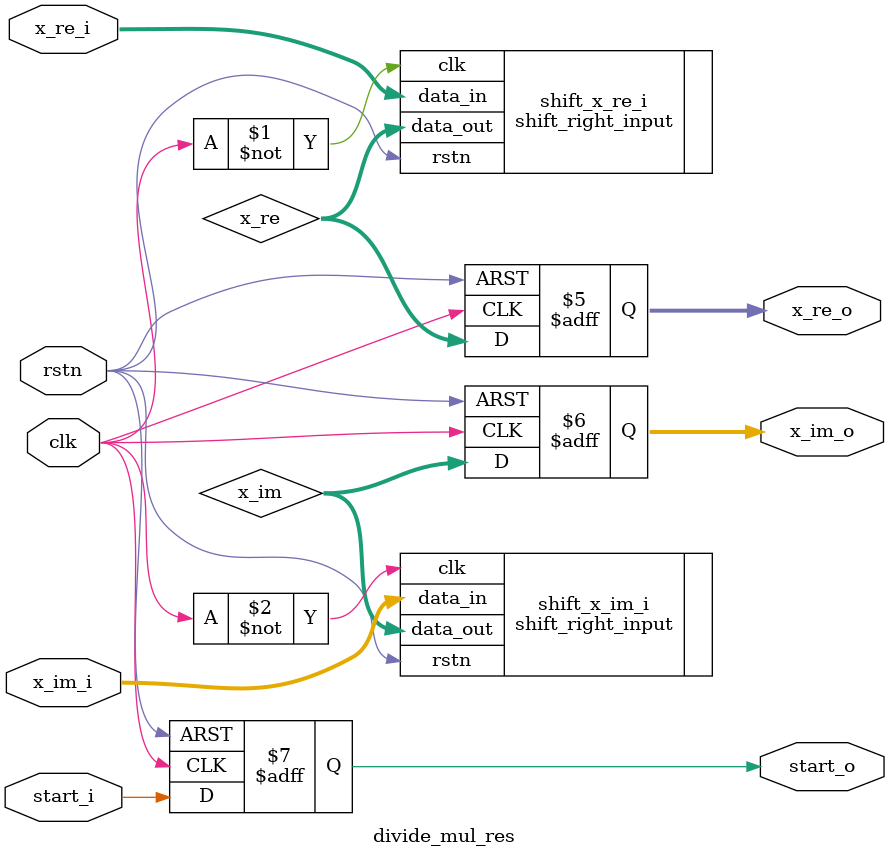
<source format=v>
module divide_mul_res (
    input clk,
    input rstn,

    input [31:0] x_re_i,
    input [31:0] x_im_i,

    input start_i,

    output reg [31:0] x_re_o,
    output reg [31:0] x_im_o,
    
    output reg start_o
    );

wire [31:0] x_re;
wire [31:0] x_im;

shift_right_input shift_x_re_i (
  .clk(~clk),            // input wire clk
  .rstn(rstn),          // input wire rstn
  .data_in(x_re_i),    // input wire [31 : 0] data_in
  .data_out(x_re)  // output wire [31 : 0] data_out
);

shift_right_input shift_x_im_i (
  .clk(~clk),            // input wire clk
  .rstn(rstn),          // input wire rstn
  .data_in(x_im_i),    // input wire [31 : 0] data_in
  .data_out(x_im)  // output wire [31 : 0] data_out
);

always @(posedge clk or negedge rstn) begin
    if(~rstn) begin
        start_o <= 0;
        x_re_o <= 0;
        x_im_o <= 0;
    end
    else begin 
        start_o <= start_i;
        x_re_o <= x_re;
        x_im_o <= x_im;
    end
end

endmodule
</source>
